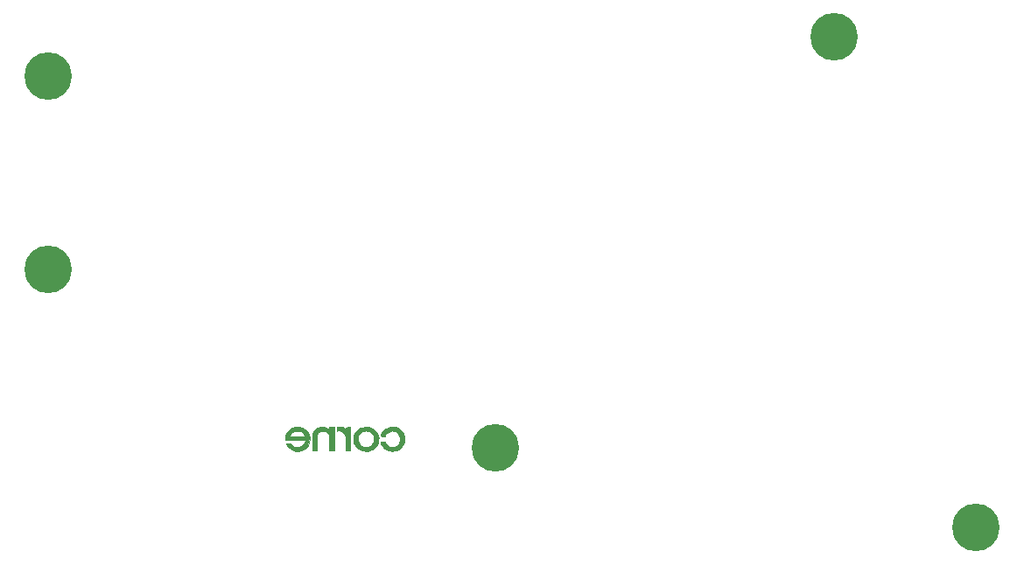
<source format=gbr>
%TF.GenerationSoftware,KiCad,Pcbnew,8.0.3*%
%TF.CreationDate,2024-08-02T01:48:42+01:00*%
%TF.ProjectId,corne-top-plate,636f726e-652d-4746-9f70-2d706c617465,2.1*%
%TF.SameCoordinates,Original*%
%TF.FileFunction,Soldermask,Bot*%
%TF.FilePolarity,Negative*%
%FSLAX46Y46*%
G04 Gerber Fmt 4.6, Leading zero omitted, Abs format (unit mm)*
G04 Created by KiCad (PCBNEW 8.0.3) date 2024-08-02 01:48:42*
%MOMM*%
%LPD*%
G01*
G04 APERTURE LIST*
%ADD10C,0.010000*%
%ADD11C,4.600000*%
G04 APERTURE END LIST*
D10*
%TO.C,G\u002A\u002A\u002A*%
X-66218542Y-55024536D02*
X-66045298Y-55066267D01*
X-65893446Y-55137357D01*
X-65775269Y-55233946D01*
X-65724500Y-55290358D01*
X-65699100Y-55068500D01*
X-65489550Y-55061122D01*
X-65280000Y-55053745D01*
X-65280000Y-57316400D01*
X-65711800Y-57316400D01*
X-65711800Y-55923838D01*
X-65794889Y-55762869D01*
X-65843766Y-55681179D01*
X-65965381Y-55546056D01*
X-66113952Y-55450922D01*
X-66283351Y-55399139D01*
X-66467450Y-55394068D01*
X-66600800Y-55407729D01*
X-66600800Y-55036961D01*
X-66454737Y-55020436D01*
X-66400890Y-55016025D01*
X-66218542Y-55024536D01*
G36*
X-66218542Y-55024536D02*
G01*
X-66045298Y-55066267D01*
X-65893446Y-55137357D01*
X-65775269Y-55233946D01*
X-65724500Y-55290358D01*
X-65699100Y-55068500D01*
X-65489550Y-55061122D01*
X-65280000Y-55053745D01*
X-65280000Y-57316400D01*
X-65711800Y-57316400D01*
X-65711800Y-55923838D01*
X-65794889Y-55762869D01*
X-65843766Y-55681179D01*
X-65965381Y-55546056D01*
X-66113952Y-55450922D01*
X-66283351Y-55399139D01*
X-66467450Y-55394068D01*
X-66600800Y-55407729D01*
X-66600800Y-55036961D01*
X-66454737Y-55020436D01*
X-66400890Y-55016025D01*
X-66218542Y-55024536D01*
G37*
X-67953995Y-55043211D02*
X-67784324Y-55049616D01*
X-67651978Y-55068282D01*
X-67545955Y-55102569D01*
X-67455252Y-55155836D01*
X-67368864Y-55231442D01*
X-67286600Y-55313707D01*
X-67286600Y-55055800D01*
X-66854800Y-55055800D01*
X-66854800Y-57316400D01*
X-67286600Y-57316400D01*
X-67286600Y-56647910D01*
X-67286626Y-56591907D01*
X-67287717Y-56367585D01*
X-67291277Y-56186327D01*
X-67298496Y-56041805D01*
X-67310567Y-55927689D01*
X-67328679Y-55837652D01*
X-67354023Y-55765365D01*
X-67387791Y-55704501D01*
X-67431173Y-55648731D01*
X-67485360Y-55591726D01*
X-67565264Y-55521472D01*
X-67677362Y-55456694D01*
X-67807341Y-55421817D01*
X-67969812Y-55411400D01*
X-68024280Y-55412999D01*
X-68192603Y-55442984D01*
X-68328030Y-55510106D01*
X-68428937Y-55613307D01*
X-68493697Y-55751534D01*
X-68501595Y-55782809D01*
X-68511719Y-55845037D01*
X-68519422Y-55928882D01*
X-68524963Y-56040177D01*
X-68528600Y-56184758D01*
X-68530593Y-56368457D01*
X-68531200Y-56597110D01*
X-68531200Y-57316400D01*
X-68963000Y-57316400D01*
X-68962808Y-56649650D01*
X-68962127Y-56500353D01*
X-68959574Y-56316330D01*
X-68955403Y-56147049D01*
X-68949903Y-56001525D01*
X-68943364Y-55888770D01*
X-68936075Y-55817800D01*
X-68924668Y-55755354D01*
X-68861379Y-55546378D01*
X-68764048Y-55373673D01*
X-68630798Y-55234513D01*
X-68459751Y-55126171D01*
X-68405570Y-55100005D01*
X-68341801Y-55073181D01*
X-68281490Y-55056455D01*
X-68211075Y-55047451D01*
X-68116991Y-55043791D01*
X-67985674Y-55043100D01*
X-67953995Y-55043211D01*
G36*
X-67953995Y-55043211D02*
G01*
X-67784324Y-55049616D01*
X-67651978Y-55068282D01*
X-67545955Y-55102569D01*
X-67455252Y-55155836D01*
X-67368864Y-55231442D01*
X-67286600Y-55313707D01*
X-67286600Y-55055800D01*
X-66854800Y-55055800D01*
X-66854800Y-57316400D01*
X-67286600Y-57316400D01*
X-67286600Y-56647910D01*
X-67286626Y-56591907D01*
X-67287717Y-56367585D01*
X-67291277Y-56186327D01*
X-67298496Y-56041805D01*
X-67310567Y-55927689D01*
X-67328679Y-55837652D01*
X-67354023Y-55765365D01*
X-67387791Y-55704501D01*
X-67431173Y-55648731D01*
X-67485360Y-55591726D01*
X-67565264Y-55521472D01*
X-67677362Y-55456694D01*
X-67807341Y-55421817D01*
X-67969812Y-55411400D01*
X-68024280Y-55412999D01*
X-68192603Y-55442984D01*
X-68328030Y-55510106D01*
X-68428937Y-55613307D01*
X-68493697Y-55751534D01*
X-68501595Y-55782809D01*
X-68511719Y-55845037D01*
X-68519422Y-55928882D01*
X-68524963Y-56040177D01*
X-68528600Y-56184758D01*
X-68530593Y-56368457D01*
X-68531200Y-56597110D01*
X-68531200Y-57316400D01*
X-68963000Y-57316400D01*
X-68962808Y-56649650D01*
X-68962127Y-56500353D01*
X-68959574Y-56316330D01*
X-68955403Y-56147049D01*
X-68949903Y-56001525D01*
X-68943364Y-55888770D01*
X-68936075Y-55817800D01*
X-68924668Y-55755354D01*
X-68861379Y-55546378D01*
X-68764048Y-55373673D01*
X-68630798Y-55234513D01*
X-68459751Y-55126171D01*
X-68405570Y-55100005D01*
X-68341801Y-55073181D01*
X-68281490Y-55056455D01*
X-68211075Y-55047451D01*
X-68116991Y-55043791D01*
X-67985674Y-55043100D01*
X-67953995Y-55043211D01*
G37*
X-62553599Y-56385628D02*
X-62573651Y-56488876D01*
X-62607837Y-56613102D01*
X-62646182Y-56715895D01*
X-62697056Y-56810986D01*
X-62827655Y-56980635D01*
X-62994621Y-57128093D01*
X-63189353Y-57246401D01*
X-63403253Y-57328599D01*
X-63436074Y-57336729D01*
X-63581560Y-57356650D01*
X-63751281Y-57361287D01*
X-63926835Y-57351467D01*
X-64089821Y-57328019D01*
X-64221840Y-57291770D01*
X-64296741Y-57260421D01*
X-64505179Y-57141769D01*
X-64681775Y-56991574D01*
X-64821019Y-56815172D01*
X-64917405Y-56617900D01*
X-64920356Y-56609275D01*
X-64947543Y-56487551D01*
X-64962525Y-56335313D01*
X-64964472Y-56227298D01*
X-64559493Y-56227298D01*
X-64537510Y-56404401D01*
X-64484520Y-56560466D01*
X-64480087Y-56569341D01*
X-64372910Y-56725677D01*
X-64228444Y-56849347D01*
X-64051164Y-56936468D01*
X-63938604Y-56967243D01*
X-63735189Y-56983463D01*
X-63530198Y-56953118D01*
X-63333458Y-56877020D01*
X-63326674Y-56873365D01*
X-63232678Y-56802702D01*
X-63138695Y-56701333D01*
X-63058294Y-56585941D01*
X-63005041Y-56473207D01*
X-62984909Y-56391866D01*
X-62970574Y-56244224D01*
X-62975933Y-56087526D01*
X-62999919Y-55940807D01*
X-63041465Y-55823101D01*
X-63146445Y-55669360D01*
X-63280434Y-55550270D01*
X-63435624Y-55466522D01*
X-63604649Y-55417949D01*
X-63780142Y-55404386D01*
X-63954736Y-55425666D01*
X-64121064Y-55481623D01*
X-64271761Y-55572092D01*
X-64399458Y-55696906D01*
X-64496789Y-55855900D01*
X-64509121Y-55885421D01*
X-64550139Y-56048017D01*
X-64559493Y-56227298D01*
X-64964472Y-56227298D01*
X-64965530Y-56168580D01*
X-64956785Y-56003371D01*
X-64936518Y-55855705D01*
X-64904956Y-55741600D01*
X-64840408Y-55606816D01*
X-64706825Y-55418222D01*
X-64538675Y-55264865D01*
X-64339025Y-55148807D01*
X-64110940Y-55072111D01*
X-63857486Y-55036840D01*
X-63681405Y-55034147D01*
X-63495530Y-55052281D01*
X-63324205Y-55097053D01*
X-63149919Y-55171803D01*
X-63105860Y-55195069D01*
X-62917187Y-55327687D01*
X-62763857Y-55493365D01*
X-62648350Y-55687052D01*
X-62573150Y-55903693D01*
X-62540738Y-56138236D01*
X-62546248Y-56244224D01*
X-62553599Y-56385628D01*
G36*
X-62553599Y-56385628D02*
G01*
X-62573651Y-56488876D01*
X-62607837Y-56613102D01*
X-62646182Y-56715895D01*
X-62697056Y-56810986D01*
X-62827655Y-56980635D01*
X-62994621Y-57128093D01*
X-63189353Y-57246401D01*
X-63403253Y-57328599D01*
X-63436074Y-57336729D01*
X-63581560Y-57356650D01*
X-63751281Y-57361287D01*
X-63926835Y-57351467D01*
X-64089821Y-57328019D01*
X-64221840Y-57291770D01*
X-64296741Y-57260421D01*
X-64505179Y-57141769D01*
X-64681775Y-56991574D01*
X-64821019Y-56815172D01*
X-64917405Y-56617900D01*
X-64920356Y-56609275D01*
X-64947543Y-56487551D01*
X-64962525Y-56335313D01*
X-64964472Y-56227298D01*
X-64559493Y-56227298D01*
X-64537510Y-56404401D01*
X-64484520Y-56560466D01*
X-64480087Y-56569341D01*
X-64372910Y-56725677D01*
X-64228444Y-56849347D01*
X-64051164Y-56936468D01*
X-63938604Y-56967243D01*
X-63735189Y-56983463D01*
X-63530198Y-56953118D01*
X-63333458Y-56877020D01*
X-63326674Y-56873365D01*
X-63232678Y-56802702D01*
X-63138695Y-56701333D01*
X-63058294Y-56585941D01*
X-63005041Y-56473207D01*
X-62984909Y-56391866D01*
X-62970574Y-56244224D01*
X-62975933Y-56087526D01*
X-62999919Y-55940807D01*
X-63041465Y-55823101D01*
X-63146445Y-55669360D01*
X-63280434Y-55550270D01*
X-63435624Y-55466522D01*
X-63604649Y-55417949D01*
X-63780142Y-55404386D01*
X-63954736Y-55425666D01*
X-64121064Y-55481623D01*
X-64271761Y-55572092D01*
X-64399458Y-55696906D01*
X-64496789Y-55855900D01*
X-64509121Y-55885421D01*
X-64550139Y-56048017D01*
X-64559493Y-56227298D01*
X-64964472Y-56227298D01*
X-64965530Y-56168580D01*
X-64956785Y-56003371D01*
X-64936518Y-55855705D01*
X-64904956Y-55741600D01*
X-64840408Y-55606816D01*
X-64706825Y-55418222D01*
X-64538675Y-55264865D01*
X-64339025Y-55148807D01*
X-64110940Y-55072111D01*
X-63857486Y-55036840D01*
X-63681405Y-55034147D01*
X-63495530Y-55052281D01*
X-63324205Y-55097053D01*
X-63149919Y-55171803D01*
X-63105860Y-55195069D01*
X-62917187Y-55327687D01*
X-62763857Y-55493365D01*
X-62648350Y-55687052D01*
X-62573150Y-55903693D01*
X-62540738Y-56138236D01*
X-62546248Y-56244224D01*
X-62553599Y-56385628D01*
G37*
X-61098755Y-55036892D02*
X-60914783Y-55060914D01*
X-60758800Y-55104802D01*
X-60755569Y-55106085D01*
X-60551376Y-55213316D01*
X-60372262Y-55359026D01*
X-60225997Y-55535543D01*
X-60120351Y-55735197D01*
X-60100730Y-55788494D01*
X-60081298Y-55860236D01*
X-60069621Y-55941188D01*
X-60063919Y-56045194D01*
X-60062414Y-56186100D01*
X-60066793Y-56355430D01*
X-60084191Y-56507138D01*
X-60118770Y-56637887D01*
X-60174660Y-56762841D01*
X-60255989Y-56897165D01*
X-60322883Y-56982289D01*
X-60462260Y-57107860D01*
X-60631951Y-57215877D01*
X-60819587Y-57298943D01*
X-61012800Y-57349664D01*
X-61208318Y-57365194D01*
X-61442060Y-57342913D01*
X-61668907Y-57279811D01*
X-61877764Y-57179131D01*
X-62057538Y-57044119D01*
X-62096429Y-57003876D01*
X-62170869Y-56909041D01*
X-62241878Y-56799252D01*
X-62301924Y-56687781D01*
X-62343475Y-56587902D01*
X-62359000Y-56512887D01*
X-62357497Y-56487594D01*
X-62345995Y-56467992D01*
X-62314284Y-56457620D01*
X-62252168Y-56453561D01*
X-62149450Y-56452895D01*
X-61939900Y-56452990D01*
X-61893267Y-56566389D01*
X-61871684Y-56613106D01*
X-61773474Y-56752622D01*
X-61642290Y-56862291D01*
X-61486572Y-56938785D01*
X-61314759Y-56978773D01*
X-61135289Y-56978926D01*
X-60956602Y-56935915D01*
X-60809279Y-56864303D01*
X-60674404Y-56752138D01*
X-60568675Y-56601531D01*
X-60545613Y-56553322D01*
X-60499759Y-56399327D01*
X-60479073Y-56225402D01*
X-60484856Y-56049924D01*
X-60518407Y-55891267D01*
X-60524605Y-55873547D01*
X-60606453Y-55720526D01*
X-60726516Y-55591089D01*
X-60876065Y-55491221D01*
X-61046369Y-55426910D01*
X-61228699Y-55404142D01*
X-61270585Y-55405461D01*
X-61435364Y-55434854D01*
X-61590963Y-55498012D01*
X-61727138Y-55588503D01*
X-61833643Y-55699894D01*
X-61900233Y-55825754D01*
X-61931139Y-55919399D01*
X-62145069Y-55919400D01*
X-62192029Y-55919343D01*
X-62286612Y-55916149D01*
X-62339298Y-55902261D01*
X-62356583Y-55869761D01*
X-62344964Y-55810731D01*
X-62310937Y-55717254D01*
X-62276282Y-55637188D01*
X-62158722Y-55451988D01*
X-62001793Y-55294036D01*
X-61810350Y-55167639D01*
X-61589248Y-55077102D01*
X-61474549Y-55050988D01*
X-61291687Y-55033372D01*
X-61098755Y-55036892D01*
G36*
X-61098755Y-55036892D02*
G01*
X-60914783Y-55060914D01*
X-60758800Y-55104802D01*
X-60755569Y-55106085D01*
X-60551376Y-55213316D01*
X-60372262Y-55359026D01*
X-60225997Y-55535543D01*
X-60120351Y-55735197D01*
X-60100730Y-55788494D01*
X-60081298Y-55860236D01*
X-60069621Y-55941188D01*
X-60063919Y-56045194D01*
X-60062414Y-56186100D01*
X-60066793Y-56355430D01*
X-60084191Y-56507138D01*
X-60118770Y-56637887D01*
X-60174660Y-56762841D01*
X-60255989Y-56897165D01*
X-60322883Y-56982289D01*
X-60462260Y-57107860D01*
X-60631951Y-57215877D01*
X-60819587Y-57298943D01*
X-61012800Y-57349664D01*
X-61208318Y-57365194D01*
X-61442060Y-57342913D01*
X-61668907Y-57279811D01*
X-61877764Y-57179131D01*
X-62057538Y-57044119D01*
X-62096429Y-57003876D01*
X-62170869Y-56909041D01*
X-62241878Y-56799252D01*
X-62301924Y-56687781D01*
X-62343475Y-56587902D01*
X-62359000Y-56512887D01*
X-62357497Y-56487594D01*
X-62345995Y-56467992D01*
X-62314284Y-56457620D01*
X-62252168Y-56453561D01*
X-62149450Y-56452895D01*
X-61939900Y-56452990D01*
X-61893267Y-56566389D01*
X-61871684Y-56613106D01*
X-61773474Y-56752622D01*
X-61642290Y-56862291D01*
X-61486572Y-56938785D01*
X-61314759Y-56978773D01*
X-61135289Y-56978926D01*
X-60956602Y-56935915D01*
X-60809279Y-56864303D01*
X-60674404Y-56752138D01*
X-60568675Y-56601531D01*
X-60545613Y-56553322D01*
X-60499759Y-56399327D01*
X-60479073Y-56225402D01*
X-60484856Y-56049924D01*
X-60518407Y-55891267D01*
X-60524605Y-55873547D01*
X-60606453Y-55720526D01*
X-60726516Y-55591089D01*
X-60876065Y-55491221D01*
X-61046369Y-55426910D01*
X-61228699Y-55404142D01*
X-61270585Y-55405461D01*
X-61435364Y-55434854D01*
X-61590963Y-55498012D01*
X-61727138Y-55588503D01*
X-61833643Y-55699894D01*
X-61900233Y-55825754D01*
X-61931139Y-55919399D01*
X-62145069Y-55919400D01*
X-62192029Y-55919343D01*
X-62286612Y-55916149D01*
X-62339298Y-55902261D01*
X-62356583Y-55869761D01*
X-62344964Y-55810731D01*
X-62310937Y-55717254D01*
X-62276282Y-55637188D01*
X-62158722Y-55451988D01*
X-62001793Y-55294036D01*
X-61810350Y-55167639D01*
X-61589248Y-55077102D01*
X-61474549Y-55050988D01*
X-61291687Y-55033372D01*
X-61098755Y-55036892D01*
G37*
X-69228541Y-55993661D02*
X-69214808Y-56233242D01*
X-69245344Y-56483299D01*
X-69264501Y-56560249D01*
X-69350874Y-56772590D01*
X-69478325Y-56960554D01*
X-69641925Y-57119023D01*
X-69836745Y-57242879D01*
X-70057857Y-57327004D01*
X-70269173Y-57363535D01*
X-70510096Y-57360509D01*
X-70746802Y-57313237D01*
X-70969490Y-57223773D01*
X-71168357Y-57094173D01*
X-71198544Y-57067746D01*
X-71281274Y-56979606D01*
X-71360999Y-56876086D01*
X-71425917Y-56773398D01*
X-71464230Y-56687750D01*
X-71469919Y-56664182D01*
X-71464910Y-56645133D01*
X-71437533Y-56635122D01*
X-71378311Y-56631246D01*
X-71277768Y-56630600D01*
X-71074513Y-56630600D01*
X-70938693Y-56766419D01*
X-70823995Y-56865614D01*
X-70686303Y-56941329D01*
X-70532629Y-56978127D01*
X-70350372Y-56980596D01*
X-70337404Y-56979683D01*
X-70176742Y-56954647D01*
X-70040888Y-56903239D01*
X-69951711Y-56849256D01*
X-69831143Y-56745298D01*
X-69735155Y-56624172D01*
X-69671717Y-56496649D01*
X-69648800Y-56373498D01*
X-69648800Y-56300400D01*
X-71553800Y-56300400D01*
X-71553800Y-56153336D01*
X-71537943Y-55957678D01*
X-71523852Y-55905688D01*
X-71096600Y-55905688D01*
X-71096597Y-55906014D01*
X-71091288Y-55917444D01*
X-71072259Y-55926420D01*
X-71034212Y-55933229D01*
X-70971851Y-55938158D01*
X-70879879Y-55941494D01*
X-70752999Y-55943521D01*
X-70585914Y-55944528D01*
X-70373328Y-55944800D01*
X-69650057Y-55944800D01*
X-69674265Y-55881127D01*
X-69754649Y-55721797D01*
X-69873526Y-55580486D01*
X-70020060Y-55478844D01*
X-70111798Y-55443039D01*
X-70270928Y-55411960D01*
X-70441733Y-55407014D01*
X-70605847Y-55428277D01*
X-70744903Y-55475826D01*
X-70747961Y-55477383D01*
X-70847748Y-55543195D01*
X-70942152Y-55630722D01*
X-71021525Y-55728173D01*
X-71076223Y-55823758D01*
X-71096600Y-55905688D01*
X-71523852Y-55905688D01*
X-71477904Y-55736162D01*
X-71377059Y-55537524D01*
X-71239579Y-55365847D01*
X-71069633Y-55225213D01*
X-70871394Y-55119705D01*
X-70649030Y-55053406D01*
X-70406713Y-55030400D01*
X-70187426Y-55044901D01*
X-69990103Y-55091746D01*
X-69795499Y-55175689D01*
X-69682608Y-55243672D01*
X-69513579Y-55389563D01*
X-69380106Y-55566643D01*
X-69284367Y-55769735D01*
X-69240722Y-55944800D01*
X-69228541Y-55993661D01*
G36*
X-69228541Y-55993661D02*
G01*
X-69214808Y-56233242D01*
X-69245344Y-56483299D01*
X-69264501Y-56560249D01*
X-69350874Y-56772590D01*
X-69478325Y-56960554D01*
X-69641925Y-57119023D01*
X-69836745Y-57242879D01*
X-70057857Y-57327004D01*
X-70269173Y-57363535D01*
X-70510096Y-57360509D01*
X-70746802Y-57313237D01*
X-70969490Y-57223773D01*
X-71168357Y-57094173D01*
X-71198544Y-57067746D01*
X-71281274Y-56979606D01*
X-71360999Y-56876086D01*
X-71425917Y-56773398D01*
X-71464230Y-56687750D01*
X-71469919Y-56664182D01*
X-71464910Y-56645133D01*
X-71437533Y-56635122D01*
X-71378311Y-56631246D01*
X-71277768Y-56630600D01*
X-71074513Y-56630600D01*
X-70938693Y-56766419D01*
X-70823995Y-56865614D01*
X-70686303Y-56941329D01*
X-70532629Y-56978127D01*
X-70350372Y-56980596D01*
X-70337404Y-56979683D01*
X-70176742Y-56954647D01*
X-70040888Y-56903239D01*
X-69951711Y-56849256D01*
X-69831143Y-56745298D01*
X-69735155Y-56624172D01*
X-69671717Y-56496649D01*
X-69648800Y-56373498D01*
X-69648800Y-56300400D01*
X-71553800Y-56300400D01*
X-71553800Y-56153336D01*
X-71537943Y-55957678D01*
X-71523852Y-55905688D01*
X-71096600Y-55905688D01*
X-71096597Y-55906014D01*
X-71091288Y-55917444D01*
X-71072259Y-55926420D01*
X-71034212Y-55933229D01*
X-70971851Y-55938158D01*
X-70879879Y-55941494D01*
X-70752999Y-55943521D01*
X-70585914Y-55944528D01*
X-70373328Y-55944800D01*
X-69650057Y-55944800D01*
X-69674265Y-55881127D01*
X-69754649Y-55721797D01*
X-69873526Y-55580486D01*
X-70020060Y-55478844D01*
X-70111798Y-55443039D01*
X-70270928Y-55411960D01*
X-70441733Y-55407014D01*
X-70605847Y-55428277D01*
X-70744903Y-55475826D01*
X-70747961Y-55477383D01*
X-70847748Y-55543195D01*
X-70942152Y-55630722D01*
X-71021525Y-55728173D01*
X-71076223Y-55823758D01*
X-71096600Y-55905688D01*
X-71523852Y-55905688D01*
X-71477904Y-55736162D01*
X-71377059Y-55537524D01*
X-71239579Y-55365847D01*
X-71069633Y-55225213D01*
X-70871394Y-55119705D01*
X-70649030Y-55053406D01*
X-70406713Y-55030400D01*
X-70187426Y-55044901D01*
X-69990103Y-55091746D01*
X-69795499Y-55175689D01*
X-69682608Y-55243672D01*
X-69513579Y-55389563D01*
X-69380106Y-55566643D01*
X-69284367Y-55769735D01*
X-69240722Y-55944800D01*
X-69228541Y-55993661D01*
G37*
%TD*%
D11*
%TO.C,*%
X-94500000Y-21050000D03*
%TD*%
%TO.C,*%
X-94500000Y-39800000D03*
%TD*%
%TO.C,*%
X-18500000Y-17300000D03*
%TD*%
%TO.C,*%
X-51250000Y-57050000D03*
%TD*%
%TO.C,*%
X-4750000Y-64800000D03*
%TD*%
M02*

</source>
